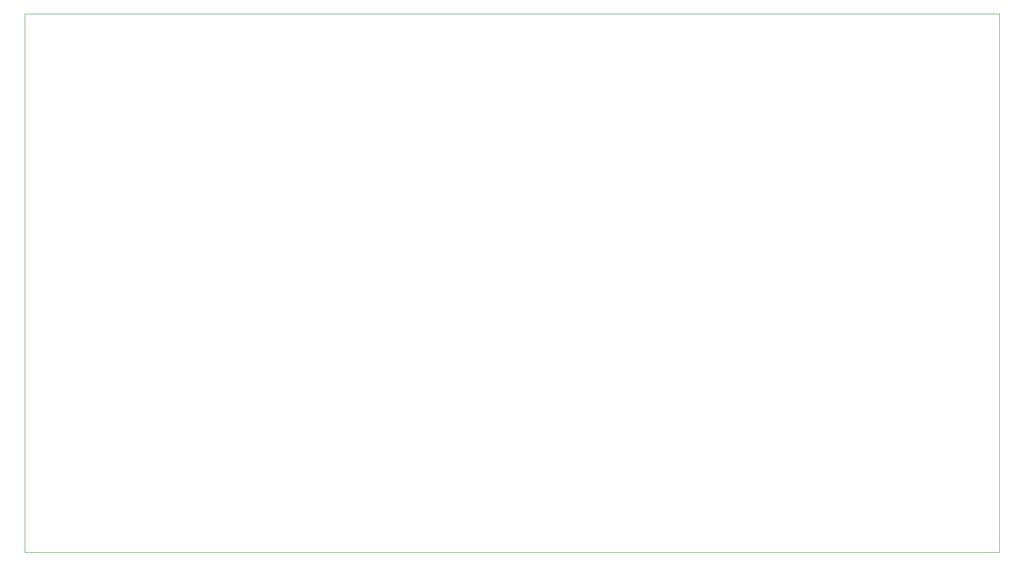
<source format=gbr>
%TF.GenerationSoftware,KiCad,Pcbnew,7.0.8*%
%TF.CreationDate,2025-06-27T13:17:33+01:00*%
%TF.ProjectId,PCB_Health,5043425f-4865-4616-9c74-682e6b696361,rev?*%
%TF.SameCoordinates,Original*%
%TF.FileFunction,Profile,NP*%
%FSLAX46Y46*%
G04 Gerber Fmt 4.6, Leading zero omitted, Abs format (unit mm)*
G04 Created by KiCad (PCBNEW 7.0.8) date 2025-06-27 13:17:33*
%MOMM*%
%LPD*%
G01*
G04 APERTURE LIST*
%TA.AperFunction,Profile*%
%ADD10C,0.100000*%
%TD*%
G04 APERTURE END LIST*
D10*
X56500000Y-44000000D02*
X230000000Y-44000000D01*
X230000000Y-140000000D01*
X56500000Y-140000000D01*
X56500000Y-44000000D01*
M02*

</source>
